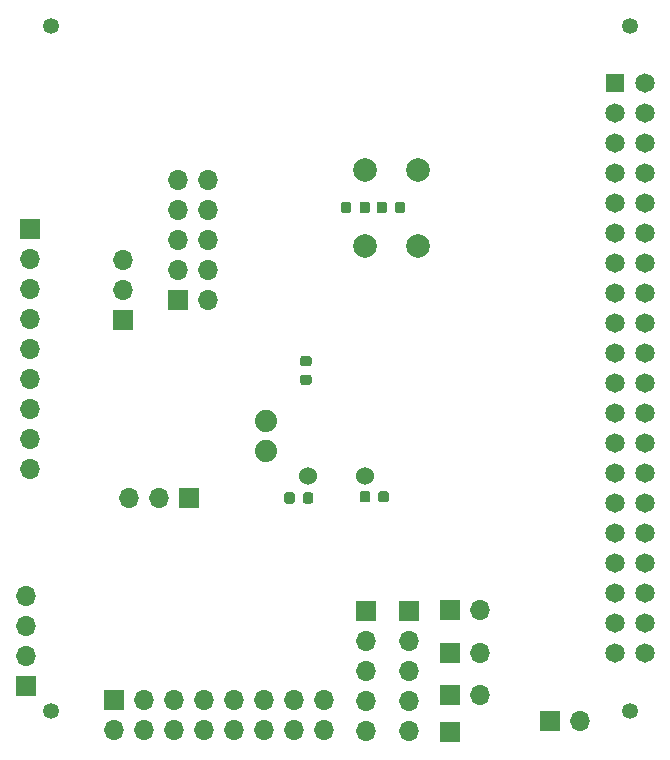
<source format=gbr>
%TF.GenerationSoftware,KiCad,Pcbnew,5.1.5+dfsg1-2build2*%
%TF.CreationDate,2021-10-16T11:12:39+01:00*%
%TF.ProjectId,bluePillG,626c7565-5069-46c6-9c47-2e6b69636164,rev?*%
%TF.SameCoordinates,Original*%
%TF.FileFunction,Soldermask,Bot*%
%TF.FilePolarity,Negative*%
%FSLAX46Y46*%
G04 Gerber Fmt 4.6, Leading zero omitted, Abs format (unit mm)*
G04 Created by KiCad (PCBNEW 5.1.5+dfsg1-2build2) date 2021-10-16 11:12:39*
%MOMM*%
%LPD*%
G04 APERTURE LIST*
%ADD10C,1.350000*%
%ADD11C,1.640000*%
%ADD12R,1.640000X1.640000*%
%ADD13O,1.700000X1.700000*%
%ADD14R,1.700000X1.700000*%
%ADD15C,1.524000*%
%ADD16C,1.879600*%
%ADD17C,2.000000*%
%ADD18C,0.100000*%
G04 APERTURE END LIST*
D10*
%TO.C,J4*%
X26520000Y-46920000D03*
X26520000Y-104920000D03*
X75520000Y-104920000D03*
X75520000Y-46920000D03*
D11*
X76790000Y-100050000D03*
X74250000Y-100050000D03*
X76790000Y-97510000D03*
X74250000Y-97510000D03*
X76790000Y-94970000D03*
X74250000Y-94970000D03*
X76790000Y-92430000D03*
X74250000Y-92430000D03*
X76790000Y-89890000D03*
X74250000Y-89890000D03*
X76790000Y-87350000D03*
X74250000Y-87350000D03*
X76790000Y-84810000D03*
X74250000Y-84810000D03*
X76790000Y-82270000D03*
X74250000Y-82270000D03*
X76790000Y-79730000D03*
X74250000Y-79730000D03*
X76790000Y-77190000D03*
X74250000Y-77190000D03*
X76790000Y-74650000D03*
X74250000Y-74650000D03*
X76790000Y-72110000D03*
X74250000Y-72110000D03*
X76790000Y-69570000D03*
X74250000Y-69570000D03*
X76790000Y-67030000D03*
X74250000Y-67030000D03*
X76790000Y-64490000D03*
X74250000Y-64490000D03*
X76790000Y-61950000D03*
X74250000Y-61950000D03*
X76790000Y-59410000D03*
X74250000Y-59410000D03*
X76790000Y-56870000D03*
X74250000Y-56870000D03*
X76790000Y-54330000D03*
X74250000Y-54330000D03*
X76790000Y-51790000D03*
D12*
X74250000Y-51790000D03*
%TD*%
D13*
%TO.C,J15*%
X24700874Y-84420001D03*
X24700874Y-81880001D03*
X24700874Y-79340001D03*
X24700874Y-76800001D03*
X24700874Y-74260001D03*
X24700874Y-71720001D03*
X24700874Y-69180001D03*
X24700874Y-66640001D03*
D14*
X24700874Y-64100001D03*
%TD*%
D13*
%TO.C,J14*%
X53200000Y-106660000D03*
X53200000Y-104120000D03*
X53200000Y-101580000D03*
X53200000Y-99040000D03*
D14*
X53200000Y-96500000D03*
%TD*%
D13*
%TO.C,J13*%
X56800000Y-106660000D03*
X56800000Y-104120000D03*
X56800000Y-101580000D03*
X56800000Y-99040000D03*
D14*
X56800000Y-96500000D03*
%TD*%
D13*
%TO.C,J12*%
X49620000Y-106540000D03*
X49620000Y-104000000D03*
X47080000Y-106540000D03*
X47080000Y-104000000D03*
X44540000Y-106540000D03*
X44540000Y-104000000D03*
X42000000Y-106540000D03*
X42000000Y-104000000D03*
X39460000Y-106540000D03*
X39460000Y-104000000D03*
X36920000Y-106540000D03*
X36920000Y-104000000D03*
X34380000Y-106540000D03*
X34380000Y-104000000D03*
X31840000Y-106540000D03*
D14*
X31840000Y-104000000D03*
%TD*%
%TO.C,J11*%
X60300000Y-106700000D03*
%TD*%
D13*
%TO.C,J10*%
X62840000Y-103600000D03*
D14*
X60300000Y-103600000D03*
%TD*%
D13*
%TO.C,J9*%
X62840000Y-100000000D03*
D14*
X60300000Y-100000000D03*
%TD*%
D13*
%TO.C,J8*%
X62840000Y-96400000D03*
D14*
X60300000Y-96400000D03*
%TD*%
D13*
%TO.C,J7*%
X24400000Y-95180000D03*
X24400000Y-97720000D03*
X24400000Y-100260000D03*
D14*
X24400000Y-102800000D03*
%TD*%
D13*
%TO.C,J6*%
X71340000Y-105800000D03*
D14*
X68800000Y-105800000D03*
%TD*%
D15*
%TO.C,Y2*%
X53126000Y-85000000D03*
X48300000Y-85000000D03*
%TD*%
D16*
%TO.C,Y1*%
X44700000Y-82900000D03*
X44700000Y-80360000D03*
%TD*%
D17*
%TO.C,SW1*%
X53100000Y-59100000D03*
X57600000Y-59100000D03*
X53100000Y-65600000D03*
X57600000Y-65600000D03*
%TD*%
D18*
%TO.C,R2*%
G36*
X53315191Y-61826053D02*
G01*
X53336426Y-61829203D01*
X53357250Y-61834419D01*
X53377462Y-61841651D01*
X53396868Y-61850830D01*
X53415281Y-61861866D01*
X53432524Y-61874654D01*
X53448430Y-61889070D01*
X53462846Y-61904976D01*
X53475634Y-61922219D01*
X53486670Y-61940632D01*
X53495849Y-61960038D01*
X53503081Y-61980250D01*
X53508297Y-62001074D01*
X53511447Y-62022309D01*
X53512500Y-62043750D01*
X53512500Y-62556250D01*
X53511447Y-62577691D01*
X53508297Y-62598926D01*
X53503081Y-62619750D01*
X53495849Y-62639962D01*
X53486670Y-62659368D01*
X53475634Y-62677781D01*
X53462846Y-62695024D01*
X53448430Y-62710930D01*
X53432524Y-62725346D01*
X53415281Y-62738134D01*
X53396868Y-62749170D01*
X53377462Y-62758349D01*
X53357250Y-62765581D01*
X53336426Y-62770797D01*
X53315191Y-62773947D01*
X53293750Y-62775000D01*
X52856250Y-62775000D01*
X52834809Y-62773947D01*
X52813574Y-62770797D01*
X52792750Y-62765581D01*
X52772538Y-62758349D01*
X52753132Y-62749170D01*
X52734719Y-62738134D01*
X52717476Y-62725346D01*
X52701570Y-62710930D01*
X52687154Y-62695024D01*
X52674366Y-62677781D01*
X52663330Y-62659368D01*
X52654151Y-62639962D01*
X52646919Y-62619750D01*
X52641703Y-62598926D01*
X52638553Y-62577691D01*
X52637500Y-62556250D01*
X52637500Y-62043750D01*
X52638553Y-62022309D01*
X52641703Y-62001074D01*
X52646919Y-61980250D01*
X52654151Y-61960038D01*
X52663330Y-61940632D01*
X52674366Y-61922219D01*
X52687154Y-61904976D01*
X52701570Y-61889070D01*
X52717476Y-61874654D01*
X52734719Y-61861866D01*
X52753132Y-61850830D01*
X52772538Y-61841651D01*
X52792750Y-61834419D01*
X52813574Y-61829203D01*
X52834809Y-61826053D01*
X52856250Y-61825000D01*
X53293750Y-61825000D01*
X53315191Y-61826053D01*
G37*
G36*
X51740191Y-61826053D02*
G01*
X51761426Y-61829203D01*
X51782250Y-61834419D01*
X51802462Y-61841651D01*
X51821868Y-61850830D01*
X51840281Y-61861866D01*
X51857524Y-61874654D01*
X51873430Y-61889070D01*
X51887846Y-61904976D01*
X51900634Y-61922219D01*
X51911670Y-61940632D01*
X51920849Y-61960038D01*
X51928081Y-61980250D01*
X51933297Y-62001074D01*
X51936447Y-62022309D01*
X51937500Y-62043750D01*
X51937500Y-62556250D01*
X51936447Y-62577691D01*
X51933297Y-62598926D01*
X51928081Y-62619750D01*
X51920849Y-62639962D01*
X51911670Y-62659368D01*
X51900634Y-62677781D01*
X51887846Y-62695024D01*
X51873430Y-62710930D01*
X51857524Y-62725346D01*
X51840281Y-62738134D01*
X51821868Y-62749170D01*
X51802462Y-62758349D01*
X51782250Y-62765581D01*
X51761426Y-62770797D01*
X51740191Y-62773947D01*
X51718750Y-62775000D01*
X51281250Y-62775000D01*
X51259809Y-62773947D01*
X51238574Y-62770797D01*
X51217750Y-62765581D01*
X51197538Y-62758349D01*
X51178132Y-62749170D01*
X51159719Y-62738134D01*
X51142476Y-62725346D01*
X51126570Y-62710930D01*
X51112154Y-62695024D01*
X51099366Y-62677781D01*
X51088330Y-62659368D01*
X51079151Y-62639962D01*
X51071919Y-62619750D01*
X51066703Y-62598926D01*
X51063553Y-62577691D01*
X51062500Y-62556250D01*
X51062500Y-62043750D01*
X51063553Y-62022309D01*
X51066703Y-62001074D01*
X51071919Y-61980250D01*
X51079151Y-61960038D01*
X51088330Y-61940632D01*
X51099366Y-61922219D01*
X51112154Y-61904976D01*
X51126570Y-61889070D01*
X51142476Y-61874654D01*
X51159719Y-61861866D01*
X51178132Y-61850830D01*
X51197538Y-61841651D01*
X51217750Y-61834419D01*
X51238574Y-61829203D01*
X51259809Y-61826053D01*
X51281250Y-61825000D01*
X51718750Y-61825000D01*
X51740191Y-61826053D01*
G37*
%TD*%
D13*
%TO.C,J3*%
X32600000Y-66720000D03*
X32600000Y-69260000D03*
D14*
X32600000Y-71800000D03*
%TD*%
D13*
%TO.C,J2*%
X33120000Y-86900000D03*
X35660000Y-86900000D03*
D14*
X38200000Y-86900000D03*
%TD*%
D13*
%TO.C,J1*%
X39840000Y-59940000D03*
X37300000Y-59940000D03*
X39840000Y-62480000D03*
X37300000Y-62480000D03*
X39840000Y-65020000D03*
X37300000Y-65020000D03*
X39840000Y-67560000D03*
X37300000Y-67560000D03*
X39840000Y-70100000D03*
D14*
X37300000Y-70100000D03*
%TD*%
D18*
%TO.C,C19*%
G36*
X54915191Y-86326053D02*
G01*
X54936426Y-86329203D01*
X54957250Y-86334419D01*
X54977462Y-86341651D01*
X54996868Y-86350830D01*
X55015281Y-86361866D01*
X55032524Y-86374654D01*
X55048430Y-86389070D01*
X55062846Y-86404976D01*
X55075634Y-86422219D01*
X55086670Y-86440632D01*
X55095849Y-86460038D01*
X55103081Y-86480250D01*
X55108297Y-86501074D01*
X55111447Y-86522309D01*
X55112500Y-86543750D01*
X55112500Y-87056250D01*
X55111447Y-87077691D01*
X55108297Y-87098926D01*
X55103081Y-87119750D01*
X55095849Y-87139962D01*
X55086670Y-87159368D01*
X55075634Y-87177781D01*
X55062846Y-87195024D01*
X55048430Y-87210930D01*
X55032524Y-87225346D01*
X55015281Y-87238134D01*
X54996868Y-87249170D01*
X54977462Y-87258349D01*
X54957250Y-87265581D01*
X54936426Y-87270797D01*
X54915191Y-87273947D01*
X54893750Y-87275000D01*
X54456250Y-87275000D01*
X54434809Y-87273947D01*
X54413574Y-87270797D01*
X54392750Y-87265581D01*
X54372538Y-87258349D01*
X54353132Y-87249170D01*
X54334719Y-87238134D01*
X54317476Y-87225346D01*
X54301570Y-87210930D01*
X54287154Y-87195024D01*
X54274366Y-87177781D01*
X54263330Y-87159368D01*
X54254151Y-87139962D01*
X54246919Y-87119750D01*
X54241703Y-87098926D01*
X54238553Y-87077691D01*
X54237500Y-87056250D01*
X54237500Y-86543750D01*
X54238553Y-86522309D01*
X54241703Y-86501074D01*
X54246919Y-86480250D01*
X54254151Y-86460038D01*
X54263330Y-86440632D01*
X54274366Y-86422219D01*
X54287154Y-86404976D01*
X54301570Y-86389070D01*
X54317476Y-86374654D01*
X54334719Y-86361866D01*
X54353132Y-86350830D01*
X54372538Y-86341651D01*
X54392750Y-86334419D01*
X54413574Y-86329203D01*
X54434809Y-86326053D01*
X54456250Y-86325000D01*
X54893750Y-86325000D01*
X54915191Y-86326053D01*
G37*
G36*
X53340191Y-86326053D02*
G01*
X53361426Y-86329203D01*
X53382250Y-86334419D01*
X53402462Y-86341651D01*
X53421868Y-86350830D01*
X53440281Y-86361866D01*
X53457524Y-86374654D01*
X53473430Y-86389070D01*
X53487846Y-86404976D01*
X53500634Y-86422219D01*
X53511670Y-86440632D01*
X53520849Y-86460038D01*
X53528081Y-86480250D01*
X53533297Y-86501074D01*
X53536447Y-86522309D01*
X53537500Y-86543750D01*
X53537500Y-87056250D01*
X53536447Y-87077691D01*
X53533297Y-87098926D01*
X53528081Y-87119750D01*
X53520849Y-87139962D01*
X53511670Y-87159368D01*
X53500634Y-87177781D01*
X53487846Y-87195024D01*
X53473430Y-87210930D01*
X53457524Y-87225346D01*
X53440281Y-87238134D01*
X53421868Y-87249170D01*
X53402462Y-87258349D01*
X53382250Y-87265581D01*
X53361426Y-87270797D01*
X53340191Y-87273947D01*
X53318750Y-87275000D01*
X52881250Y-87275000D01*
X52859809Y-87273947D01*
X52838574Y-87270797D01*
X52817750Y-87265581D01*
X52797538Y-87258349D01*
X52778132Y-87249170D01*
X52759719Y-87238134D01*
X52742476Y-87225346D01*
X52726570Y-87210930D01*
X52712154Y-87195024D01*
X52699366Y-87177781D01*
X52688330Y-87159368D01*
X52679151Y-87139962D01*
X52671919Y-87119750D01*
X52666703Y-87098926D01*
X52663553Y-87077691D01*
X52662500Y-87056250D01*
X52662500Y-86543750D01*
X52663553Y-86522309D01*
X52666703Y-86501074D01*
X52671919Y-86480250D01*
X52679151Y-86460038D01*
X52688330Y-86440632D01*
X52699366Y-86422219D01*
X52712154Y-86404976D01*
X52726570Y-86389070D01*
X52742476Y-86374654D01*
X52759719Y-86361866D01*
X52778132Y-86350830D01*
X52797538Y-86341651D01*
X52817750Y-86334419D01*
X52838574Y-86329203D01*
X52859809Y-86326053D01*
X52881250Y-86325000D01*
X53318750Y-86325000D01*
X53340191Y-86326053D01*
G37*
%TD*%
%TO.C,C18*%
G36*
X46952691Y-86426053D02*
G01*
X46973926Y-86429203D01*
X46994750Y-86434419D01*
X47014962Y-86441651D01*
X47034368Y-86450830D01*
X47052781Y-86461866D01*
X47070024Y-86474654D01*
X47085930Y-86489070D01*
X47100346Y-86504976D01*
X47113134Y-86522219D01*
X47124170Y-86540632D01*
X47133349Y-86560038D01*
X47140581Y-86580250D01*
X47145797Y-86601074D01*
X47148947Y-86622309D01*
X47150000Y-86643750D01*
X47150000Y-87156250D01*
X47148947Y-87177691D01*
X47145797Y-87198926D01*
X47140581Y-87219750D01*
X47133349Y-87239962D01*
X47124170Y-87259368D01*
X47113134Y-87277781D01*
X47100346Y-87295024D01*
X47085930Y-87310930D01*
X47070024Y-87325346D01*
X47052781Y-87338134D01*
X47034368Y-87349170D01*
X47014962Y-87358349D01*
X46994750Y-87365581D01*
X46973926Y-87370797D01*
X46952691Y-87373947D01*
X46931250Y-87375000D01*
X46493750Y-87375000D01*
X46472309Y-87373947D01*
X46451074Y-87370797D01*
X46430250Y-87365581D01*
X46410038Y-87358349D01*
X46390632Y-87349170D01*
X46372219Y-87338134D01*
X46354976Y-87325346D01*
X46339070Y-87310930D01*
X46324654Y-87295024D01*
X46311866Y-87277781D01*
X46300830Y-87259368D01*
X46291651Y-87239962D01*
X46284419Y-87219750D01*
X46279203Y-87198926D01*
X46276053Y-87177691D01*
X46275000Y-87156250D01*
X46275000Y-86643750D01*
X46276053Y-86622309D01*
X46279203Y-86601074D01*
X46284419Y-86580250D01*
X46291651Y-86560038D01*
X46300830Y-86540632D01*
X46311866Y-86522219D01*
X46324654Y-86504976D01*
X46339070Y-86489070D01*
X46354976Y-86474654D01*
X46372219Y-86461866D01*
X46390632Y-86450830D01*
X46410038Y-86441651D01*
X46430250Y-86434419D01*
X46451074Y-86429203D01*
X46472309Y-86426053D01*
X46493750Y-86425000D01*
X46931250Y-86425000D01*
X46952691Y-86426053D01*
G37*
G36*
X48527691Y-86426053D02*
G01*
X48548926Y-86429203D01*
X48569750Y-86434419D01*
X48589962Y-86441651D01*
X48609368Y-86450830D01*
X48627781Y-86461866D01*
X48645024Y-86474654D01*
X48660930Y-86489070D01*
X48675346Y-86504976D01*
X48688134Y-86522219D01*
X48699170Y-86540632D01*
X48708349Y-86560038D01*
X48715581Y-86580250D01*
X48720797Y-86601074D01*
X48723947Y-86622309D01*
X48725000Y-86643750D01*
X48725000Y-87156250D01*
X48723947Y-87177691D01*
X48720797Y-87198926D01*
X48715581Y-87219750D01*
X48708349Y-87239962D01*
X48699170Y-87259368D01*
X48688134Y-87277781D01*
X48675346Y-87295024D01*
X48660930Y-87310930D01*
X48645024Y-87325346D01*
X48627781Y-87338134D01*
X48609368Y-87349170D01*
X48589962Y-87358349D01*
X48569750Y-87365581D01*
X48548926Y-87370797D01*
X48527691Y-87373947D01*
X48506250Y-87375000D01*
X48068750Y-87375000D01*
X48047309Y-87373947D01*
X48026074Y-87370797D01*
X48005250Y-87365581D01*
X47985038Y-87358349D01*
X47965632Y-87349170D01*
X47947219Y-87338134D01*
X47929976Y-87325346D01*
X47914070Y-87310930D01*
X47899654Y-87295024D01*
X47886866Y-87277781D01*
X47875830Y-87259368D01*
X47866651Y-87239962D01*
X47859419Y-87219750D01*
X47854203Y-87198926D01*
X47851053Y-87177691D01*
X47850000Y-87156250D01*
X47850000Y-86643750D01*
X47851053Y-86622309D01*
X47854203Y-86601074D01*
X47859419Y-86580250D01*
X47866651Y-86560038D01*
X47875830Y-86540632D01*
X47886866Y-86522219D01*
X47899654Y-86504976D01*
X47914070Y-86489070D01*
X47929976Y-86474654D01*
X47947219Y-86461866D01*
X47965632Y-86450830D01*
X47985038Y-86441651D01*
X48005250Y-86434419D01*
X48026074Y-86429203D01*
X48047309Y-86426053D01*
X48068750Y-86425000D01*
X48506250Y-86425000D01*
X48527691Y-86426053D01*
G37*
%TD*%
%TO.C,C15*%
G36*
X56327691Y-61826053D02*
G01*
X56348926Y-61829203D01*
X56369750Y-61834419D01*
X56389962Y-61841651D01*
X56409368Y-61850830D01*
X56427781Y-61861866D01*
X56445024Y-61874654D01*
X56460930Y-61889070D01*
X56475346Y-61904976D01*
X56488134Y-61922219D01*
X56499170Y-61940632D01*
X56508349Y-61960038D01*
X56515581Y-61980250D01*
X56520797Y-62001074D01*
X56523947Y-62022309D01*
X56525000Y-62043750D01*
X56525000Y-62556250D01*
X56523947Y-62577691D01*
X56520797Y-62598926D01*
X56515581Y-62619750D01*
X56508349Y-62639962D01*
X56499170Y-62659368D01*
X56488134Y-62677781D01*
X56475346Y-62695024D01*
X56460930Y-62710930D01*
X56445024Y-62725346D01*
X56427781Y-62738134D01*
X56409368Y-62749170D01*
X56389962Y-62758349D01*
X56369750Y-62765581D01*
X56348926Y-62770797D01*
X56327691Y-62773947D01*
X56306250Y-62775000D01*
X55868750Y-62775000D01*
X55847309Y-62773947D01*
X55826074Y-62770797D01*
X55805250Y-62765581D01*
X55785038Y-62758349D01*
X55765632Y-62749170D01*
X55747219Y-62738134D01*
X55729976Y-62725346D01*
X55714070Y-62710930D01*
X55699654Y-62695024D01*
X55686866Y-62677781D01*
X55675830Y-62659368D01*
X55666651Y-62639962D01*
X55659419Y-62619750D01*
X55654203Y-62598926D01*
X55651053Y-62577691D01*
X55650000Y-62556250D01*
X55650000Y-62043750D01*
X55651053Y-62022309D01*
X55654203Y-62001074D01*
X55659419Y-61980250D01*
X55666651Y-61960038D01*
X55675830Y-61940632D01*
X55686866Y-61922219D01*
X55699654Y-61904976D01*
X55714070Y-61889070D01*
X55729976Y-61874654D01*
X55747219Y-61861866D01*
X55765632Y-61850830D01*
X55785038Y-61841651D01*
X55805250Y-61834419D01*
X55826074Y-61829203D01*
X55847309Y-61826053D01*
X55868750Y-61825000D01*
X56306250Y-61825000D01*
X56327691Y-61826053D01*
G37*
G36*
X54752691Y-61826053D02*
G01*
X54773926Y-61829203D01*
X54794750Y-61834419D01*
X54814962Y-61841651D01*
X54834368Y-61850830D01*
X54852781Y-61861866D01*
X54870024Y-61874654D01*
X54885930Y-61889070D01*
X54900346Y-61904976D01*
X54913134Y-61922219D01*
X54924170Y-61940632D01*
X54933349Y-61960038D01*
X54940581Y-61980250D01*
X54945797Y-62001074D01*
X54948947Y-62022309D01*
X54950000Y-62043750D01*
X54950000Y-62556250D01*
X54948947Y-62577691D01*
X54945797Y-62598926D01*
X54940581Y-62619750D01*
X54933349Y-62639962D01*
X54924170Y-62659368D01*
X54913134Y-62677781D01*
X54900346Y-62695024D01*
X54885930Y-62710930D01*
X54870024Y-62725346D01*
X54852781Y-62738134D01*
X54834368Y-62749170D01*
X54814962Y-62758349D01*
X54794750Y-62765581D01*
X54773926Y-62770797D01*
X54752691Y-62773947D01*
X54731250Y-62775000D01*
X54293750Y-62775000D01*
X54272309Y-62773947D01*
X54251074Y-62770797D01*
X54230250Y-62765581D01*
X54210038Y-62758349D01*
X54190632Y-62749170D01*
X54172219Y-62738134D01*
X54154976Y-62725346D01*
X54139070Y-62710930D01*
X54124654Y-62695024D01*
X54111866Y-62677781D01*
X54100830Y-62659368D01*
X54091651Y-62639962D01*
X54084419Y-62619750D01*
X54079203Y-62598926D01*
X54076053Y-62577691D01*
X54075000Y-62556250D01*
X54075000Y-62043750D01*
X54076053Y-62022309D01*
X54079203Y-62001074D01*
X54084419Y-61980250D01*
X54091651Y-61960038D01*
X54100830Y-61940632D01*
X54111866Y-61922219D01*
X54124654Y-61904976D01*
X54139070Y-61889070D01*
X54154976Y-61874654D01*
X54172219Y-61861866D01*
X54190632Y-61850830D01*
X54210038Y-61841651D01*
X54230250Y-61834419D01*
X54251074Y-61829203D01*
X54272309Y-61826053D01*
X54293750Y-61825000D01*
X54731250Y-61825000D01*
X54752691Y-61826053D01*
G37*
%TD*%
%TO.C,C5*%
G36*
X48377691Y-74876053D02*
G01*
X48398926Y-74879203D01*
X48419750Y-74884419D01*
X48439962Y-74891651D01*
X48459368Y-74900830D01*
X48477781Y-74911866D01*
X48495024Y-74924654D01*
X48510930Y-74939070D01*
X48525346Y-74954976D01*
X48538134Y-74972219D01*
X48549170Y-74990632D01*
X48558349Y-75010038D01*
X48565581Y-75030250D01*
X48570797Y-75051074D01*
X48573947Y-75072309D01*
X48575000Y-75093750D01*
X48575000Y-75531250D01*
X48573947Y-75552691D01*
X48570797Y-75573926D01*
X48565581Y-75594750D01*
X48558349Y-75614962D01*
X48549170Y-75634368D01*
X48538134Y-75652781D01*
X48525346Y-75670024D01*
X48510930Y-75685930D01*
X48495024Y-75700346D01*
X48477781Y-75713134D01*
X48459368Y-75724170D01*
X48439962Y-75733349D01*
X48419750Y-75740581D01*
X48398926Y-75745797D01*
X48377691Y-75748947D01*
X48356250Y-75750000D01*
X47843750Y-75750000D01*
X47822309Y-75748947D01*
X47801074Y-75745797D01*
X47780250Y-75740581D01*
X47760038Y-75733349D01*
X47740632Y-75724170D01*
X47722219Y-75713134D01*
X47704976Y-75700346D01*
X47689070Y-75685930D01*
X47674654Y-75670024D01*
X47661866Y-75652781D01*
X47650830Y-75634368D01*
X47641651Y-75614962D01*
X47634419Y-75594750D01*
X47629203Y-75573926D01*
X47626053Y-75552691D01*
X47625000Y-75531250D01*
X47625000Y-75093750D01*
X47626053Y-75072309D01*
X47629203Y-75051074D01*
X47634419Y-75030250D01*
X47641651Y-75010038D01*
X47650830Y-74990632D01*
X47661866Y-74972219D01*
X47674654Y-74954976D01*
X47689070Y-74939070D01*
X47704976Y-74924654D01*
X47722219Y-74911866D01*
X47740632Y-74900830D01*
X47760038Y-74891651D01*
X47780250Y-74884419D01*
X47801074Y-74879203D01*
X47822309Y-74876053D01*
X47843750Y-74875000D01*
X48356250Y-74875000D01*
X48377691Y-74876053D01*
G37*
G36*
X48377691Y-76451053D02*
G01*
X48398926Y-76454203D01*
X48419750Y-76459419D01*
X48439962Y-76466651D01*
X48459368Y-76475830D01*
X48477781Y-76486866D01*
X48495024Y-76499654D01*
X48510930Y-76514070D01*
X48525346Y-76529976D01*
X48538134Y-76547219D01*
X48549170Y-76565632D01*
X48558349Y-76585038D01*
X48565581Y-76605250D01*
X48570797Y-76626074D01*
X48573947Y-76647309D01*
X48575000Y-76668750D01*
X48575000Y-77106250D01*
X48573947Y-77127691D01*
X48570797Y-77148926D01*
X48565581Y-77169750D01*
X48558349Y-77189962D01*
X48549170Y-77209368D01*
X48538134Y-77227781D01*
X48525346Y-77245024D01*
X48510930Y-77260930D01*
X48495024Y-77275346D01*
X48477781Y-77288134D01*
X48459368Y-77299170D01*
X48439962Y-77308349D01*
X48419750Y-77315581D01*
X48398926Y-77320797D01*
X48377691Y-77323947D01*
X48356250Y-77325000D01*
X47843750Y-77325000D01*
X47822309Y-77323947D01*
X47801074Y-77320797D01*
X47780250Y-77315581D01*
X47760038Y-77308349D01*
X47740632Y-77299170D01*
X47722219Y-77288134D01*
X47704976Y-77275346D01*
X47689070Y-77260930D01*
X47674654Y-77245024D01*
X47661866Y-77227781D01*
X47650830Y-77209368D01*
X47641651Y-77189962D01*
X47634419Y-77169750D01*
X47629203Y-77148926D01*
X47626053Y-77127691D01*
X47625000Y-77106250D01*
X47625000Y-76668750D01*
X47626053Y-76647309D01*
X47629203Y-76626074D01*
X47634419Y-76605250D01*
X47641651Y-76585038D01*
X47650830Y-76565632D01*
X47661866Y-76547219D01*
X47674654Y-76529976D01*
X47689070Y-76514070D01*
X47704976Y-76499654D01*
X47722219Y-76486866D01*
X47740632Y-76475830D01*
X47760038Y-76466651D01*
X47780250Y-76459419D01*
X47801074Y-76454203D01*
X47822309Y-76451053D01*
X47843750Y-76450000D01*
X48356250Y-76450000D01*
X48377691Y-76451053D01*
G37*
%TD*%
M02*

</source>
